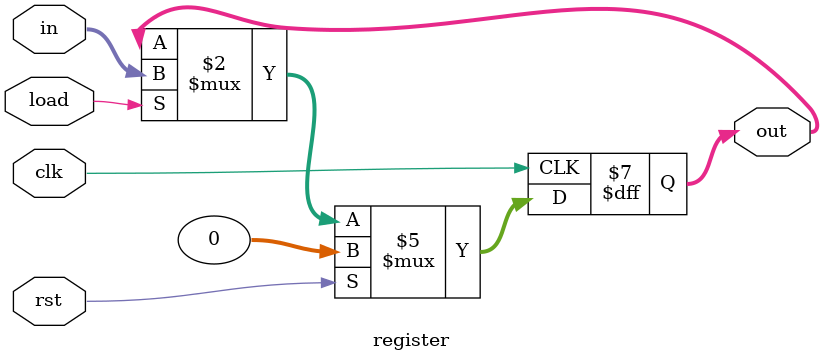
<source format=v>
`timescale 1ns / 1ps

module register #(parameter n = 32) (
    input clk,
    input [n-1:0] in,
    input rst,
    input load,
    output reg [n-1:0] out
);

    always @(posedge clk) begin
        if (rst) begin
            out <= {n{1'b0}};
        end else if (load) begin
            out <= in;
        end
    end

endmodule

</source>
